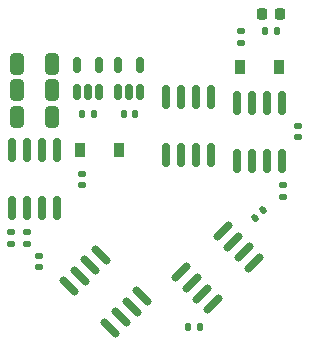
<source format=gbr>
%TF.GenerationSoftware,KiCad,Pcbnew,5.99.0-unknown-e61b1f03b8~131~ubuntu20.04.1*%
%TF.CreationDate,2021-08-02T15:41:01+00:00*%
%TF.ProjectId,beetleback_cg,62656574-6c65-4626-9163-6b5f63672e6b,2*%
%TF.SameCoordinates,PX5573000PY89ce520*%
%TF.FileFunction,Paste,Top*%
%TF.FilePolarity,Positive*%
%FSLAX46Y46*%
G04 Gerber Fmt 4.6, Leading zero omitted, Abs format (unit mm)*
G04 Created by KiCad (PCBNEW 5.99.0-unknown-e61b1f03b8~131~ubuntu20.04.1) date 2021-08-02 15:41:01*
%MOMM*%
%LPD*%
G01*
G04 APERTURE LIST*
G04 Aperture macros list*
%AMRoundRect*
0 Rectangle with rounded corners*
0 $1 Rounding radius*
0 $2 $3 $4 $5 $6 $7 $8 $9 X,Y pos of 4 corners*
0 Add a 4 corners polygon primitive as box body*
4,1,4,$2,$3,$4,$5,$6,$7,$8,$9,$2,$3,0*
0 Add four circle primitives for the rounded corners*
1,1,$1+$1,$2,$3*
1,1,$1+$1,$4,$5*
1,1,$1+$1,$6,$7*
1,1,$1+$1,$8,$9*
0 Add four rect primitives between the rounded corners*
20,1,$1+$1,$2,$3,$4,$5,0*
20,1,$1+$1,$4,$5,$6,$7,0*
20,1,$1+$1,$6,$7,$8,$9,0*
20,1,$1+$1,$8,$9,$2,$3,0*%
G04 Aperture macros list end*
%ADD10RoundRect,0.140000X0.140000X0.170000X-0.140000X0.170000X-0.140000X-0.170000X0.140000X-0.170000X0*%
%ADD11RoundRect,0.140000X-0.170000X0.140000X-0.170000X-0.140000X0.170000X-0.140000X0.170000X0.140000X0*%
%ADD12R,0.900000X1.200000*%
%ADD13RoundRect,0.135000X-0.185000X0.135000X-0.185000X-0.135000X0.185000X-0.135000X0.185000X0.135000X0*%
%ADD14RoundRect,0.250000X-0.325000X-0.650000X0.325000X-0.650000X0.325000X0.650000X-0.325000X0.650000X0*%
%ADD15RoundRect,0.150000X0.689429X-0.477297X-0.477297X0.689429X-0.689429X0.477297X0.477297X-0.689429X0*%
%ADD16RoundRect,0.150000X0.150000X-0.825000X0.150000X0.825000X-0.150000X0.825000X-0.150000X-0.825000X0*%
%ADD17RoundRect,0.218750X-0.218750X-0.256250X0.218750X-0.256250X0.218750X0.256250X-0.218750X0.256250X0*%
%ADD18RoundRect,0.150000X-0.477297X-0.689429X0.689429X0.477297X0.477297X0.689429X-0.689429X-0.477297X0*%
%ADD19RoundRect,0.135000X-0.135000X-0.185000X0.135000X-0.185000X0.135000X0.185000X-0.135000X0.185000X0*%
%ADD20RoundRect,0.140000X0.021213X-0.219203X0.219203X-0.021213X-0.021213X0.219203X-0.219203X0.021213X0*%
%ADD21RoundRect,0.150000X0.150000X-0.512500X0.150000X0.512500X-0.150000X0.512500X-0.150000X-0.512500X0*%
%ADD22RoundRect,0.135000X0.185000X-0.135000X0.185000X0.135000X-0.185000X0.135000X-0.185000X-0.135000X0*%
%ADD23RoundRect,0.150000X-0.150000X0.825000X-0.150000X-0.825000X0.150000X-0.825000X0.150000X0.825000X0*%
%ADD24RoundRect,0.140000X0.170000X-0.140000X0.170000X0.140000X-0.170000X0.140000X-0.170000X-0.140000X0*%
G04 APERTURE END LIST*
D10*
%TO.C,C1*%
X-5020000Y19500000D03*
X-5980000Y19500000D03*
%TD*%
D11*
%TO.C,C2*%
X12300000Y18480000D03*
X12300000Y17520000D03*
%TD*%
D12*
%TO.C,D1*%
X10650000Y23500000D03*
X7350000Y23500000D03*
%TD*%
D13*
%TO.C,R1*%
X7500000Y26510000D03*
X7500000Y25490000D03*
%TD*%
D14*
%TO.C,C5*%
X-11475000Y19250000D03*
X-8525000Y19250000D03*
%TD*%
D13*
%TO.C,R5*%
X11000000Y13510000D03*
X11000000Y12490000D03*
%TD*%
D15*
%TO.C,Q2*%
X-3596949Y1402872D03*
X-2698924Y2300898D03*
X-1800898Y3198924D03*
X-902872Y4096949D03*
X-4403051Y7597128D03*
X-5301076Y6699102D03*
X-6199102Y5801076D03*
X-7097128Y4903051D03*
%TD*%
D16*
%TO.C,U1*%
X1095000Y16025000D03*
X2365000Y16025000D03*
X3635000Y16025000D03*
X4905000Y16025000D03*
X4905000Y20975000D03*
X3635000Y20975000D03*
X2365000Y20975000D03*
X1095000Y20975000D03*
%TD*%
D10*
%TO.C,C4*%
X-1520000Y19500000D03*
X-2480000Y19500000D03*
%TD*%
D17*
%TO.C,D2*%
X9212500Y28000000D03*
X10787500Y28000000D03*
%TD*%
D18*
%TO.C,Q1*%
X2402872Y6096949D03*
X3300898Y5198924D03*
X4198924Y4300898D03*
X5096949Y3402872D03*
X8597128Y6903051D03*
X7699102Y7801076D03*
X6801076Y8699102D03*
X5903051Y9597128D03*
%TD*%
D14*
%TO.C,C6*%
X-11475000Y21500000D03*
X-8525000Y21500000D03*
%TD*%
D19*
%TO.C,R6*%
X2990000Y1500000D03*
X4010000Y1500000D03*
%TD*%
%TO.C,R4*%
X9490000Y26500000D03*
X10510000Y26500000D03*
%TD*%
D20*
%TO.C,C9*%
X8660589Y10660589D03*
X9339411Y11339411D03*
%TD*%
D11*
%TO.C,C3*%
X-6000000Y14460000D03*
X-6000000Y13500000D03*
%TD*%
D21*
%TO.C,U3*%
X-2950000Y21362500D03*
X-2000000Y21362500D03*
X-1050000Y21362500D03*
X-1050000Y23637500D03*
X-2950000Y23637500D03*
%TD*%
D22*
%TO.C,R3*%
X-12000000Y8490000D03*
X-12000000Y9510000D03*
%TD*%
D23*
%TO.C,U2*%
X10905000Y20475000D03*
X9635000Y20475000D03*
X8365000Y20475000D03*
X7095000Y20475000D03*
X7095000Y15525000D03*
X8365000Y15525000D03*
X9635000Y15525000D03*
X10905000Y15525000D03*
%TD*%
D12*
%TO.C,D3*%
X-6150000Y16500000D03*
X-2850000Y16500000D03*
%TD*%
D22*
%TO.C,R2*%
X-10700000Y8490000D03*
X-10700000Y9510000D03*
%TD*%
D24*
%TO.C,C8*%
X-9600000Y6520000D03*
X-9600000Y7480000D03*
%TD*%
D23*
%TO.C,U4*%
X-8095000Y16475000D03*
X-9365000Y16475000D03*
X-10635000Y16475000D03*
X-11905000Y16475000D03*
X-11905000Y11525000D03*
X-10635000Y11525000D03*
X-9365000Y11525000D03*
X-8095000Y11525000D03*
%TD*%
D14*
%TO.C,C7*%
X-11475000Y23750000D03*
X-8525000Y23750000D03*
%TD*%
D21*
%TO.C,U5*%
X-6450000Y21362500D03*
X-5500000Y21362500D03*
X-4550000Y21362500D03*
X-4550000Y23637500D03*
X-6450000Y23637500D03*
%TD*%
M02*

</source>
